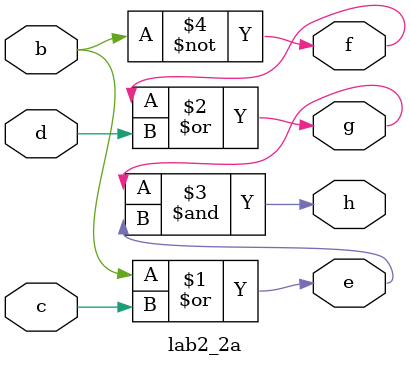
<source format=v>
module lab2_2a(b,c,d,e,f,g,h);
input b,c,d;
output e,f,g,h;
or(e,b,c);
not(f,b);
or(g,f,d);
and(h,g,e);
endmodule


</source>
